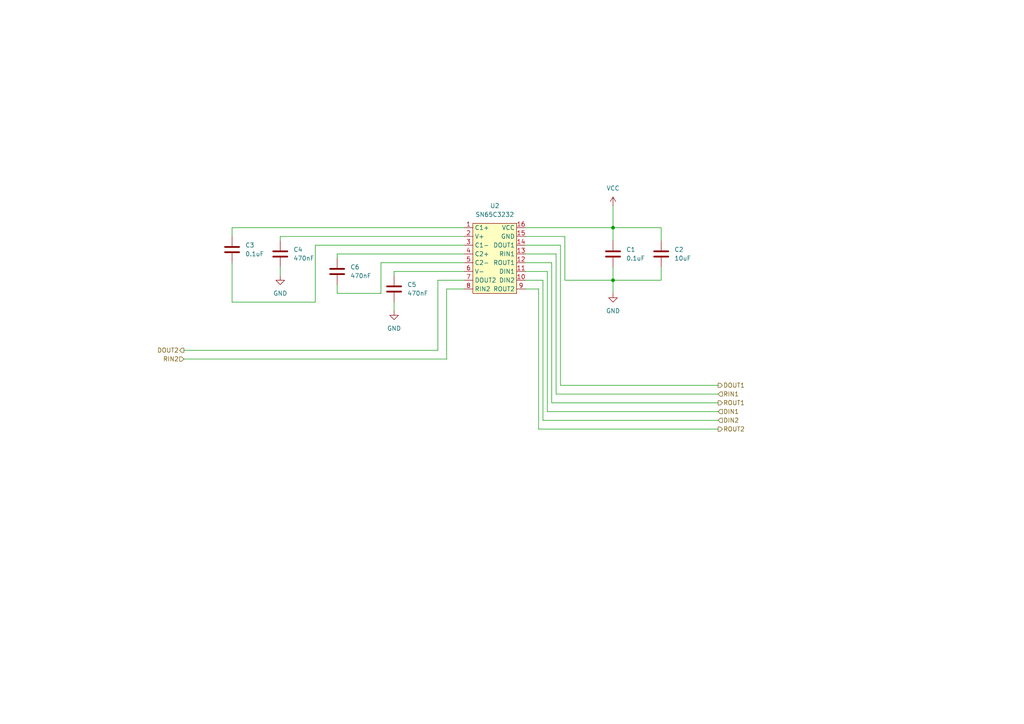
<source format=kicad_sch>
(kicad_sch (version 20230121) (generator eeschema)
  (paper "A4")
  (title_block (title "RS232_MUX") (date "2024-09-06") (rev "2.0") (company "INRAE"))
  (lib_symbols
    (symbol "Device:C" (pin_numbers hide) (pin_names (offset 0.254))
      (property "Reference" "C" (at 0.635 2.54 0))
      (property "Value" "C" (at 0.635 -2.54 0))
      (symbol "C_0_1"
        (polyline (pts (xy -2.032 -0.762) (xy 2.032 -0.762)) (stroke (width 0.508)))
        (polyline (pts (xy -2.032 0.762) (xy 2.032 0.762)) (stroke (width 0.508)))
      )
      (symbol "C_1_1"
        (pin passive line (at 0 3.81 270) (length 2.794) (name "~") (number "1"))
        (pin passive line (at 0 -3.81 90) (length 2.794) (name "~") (number "2"))
      )
    )
    (symbol "INRAE:SN65C3232"
      (property "Reference" "U" (at 0 3.81 0))
      (property "Value" "SN65C3232" (at 0 1.27 0))
      (symbol "SN65C3232_1_1"
        (rectangle (start -6.35 0) (end 6.35 -20.32) (fill (type background)))
        (pin passive line (at -8.89 -1.27 0) (length 2.54) (name "C1+") (number "1"))
        (pin input line (at 8.89 -16.51 180) (length 2.54) (name "DIN2") (number "10"))
        (pin input line (at 8.89 -13.97 180) (length 2.54) (name "DIN1") (number "11"))
        (pin output line (at 8.89 -11.43 180) (length 2.54) (name "ROUT1") (number "12"))
        (pin input line (at 8.89 -8.89 180) (length 2.54) (name "RIN1") (number "13"))
        (pin output line (at 8.89 -6.35 180) (length 2.54) (name "DOUT1") (number "14"))
        (pin power_in line (at 8.89 -3.81 180) (length 2.54) (name "GND") (number "15"))
        (pin power_in line (at 8.89 -1.27 180) (length 2.54) (name "VCC") (number "16"))
        (pin output line (at -8.89 -3.81 0) (length 2.54) (name "V+") (number "2"))
        (pin passive line (at -8.89 -6.35 0) (length 2.54) (name "C1-") (number "3"))
        (pin passive line (at -8.89 -8.89 0) (length 2.54) (name "C2+") (number "4"))
        (pin passive line (at -8.89 -11.43 0) (length 2.54) (name "C2-") (number "5"))
        (pin output line (at -8.89 -13.97 0) (length 2.54) (name "V-") (number "6"))
        (pin output line (at -8.89 -16.51 0) (length 2.54) (name "DOUT2") (number "7"))
        (pin input line (at -8.89 -19.05 0) (length 2.54) (name "RIN2") (number "8"))
        (pin output line (at 8.89 -19.05 180) (length 2.54) (name "ROUT2") (number "9"))
      )
    )
    (symbol "power:GND" (power) (pin_names (offset 0))
      (property "Value" "GND" (at 0 -3.81 0))
      (symbol "GND_0_1"
        (polyline (pts (xy 0 0) (xy 0 -1.27) (xy 1.27 -1.27) (xy 0 -2.54) (xy -1.27 -1.27) (xy 0 -1.27)))
      )
      (symbol "GND_1_1"
        (pin power_in line (at 0 0 270) (length 0) hide (name "GND") (number "1"))
      )
    )
    (symbol "power:VCC" (power) (pin_names (offset 0))
      (property "Value" "VCC" (at 0 3.81 0))
      (symbol "VCC_0_1"
        (polyline (pts (xy -0.762 1.27) (xy 0 2.54)))
        (polyline (pts (xy 0 0) (xy 0 2.54)))
        (polyline (pts (xy 0 2.54) (xy 0.762 1.27)))
      )
      (symbol "VCC_1_1"
        (pin power_in line (at 0 0 90) (length 0) hide (name "VCC") (number "1"))
      )
    )
  )
  (junction (at 177.8 66.04))
  (junction (at 177.8 81.28))
  (wire (pts (xy 67.31 76.2) (xy 67.31 87.63)))
  (wire (pts (xy 152.4 78.74) (xy 158.75 78.74)))
  (wire (pts (xy 191.77 81.28) (xy 177.8 81.28)))
  (wire (pts (xy 134.62 68.58) (xy 81.28 68.58)))
  (wire (pts (xy 161.29 114.3) (xy 161.29 73.66)))
  (wire (pts (xy 191.77 69.85) (xy 191.77 66.04)))
  (wire (pts (xy 156.21 83.82) (xy 156.21 124.46)))
  (wire (pts (xy 91.44 87.63) (xy 91.44 71.12)))
  (wire (pts (xy 162.56 71.12) (xy 162.56 111.76)))
  (wire (pts (xy 97.79 73.66) (xy 97.79 74.93)))
  (wire (pts (xy 177.8 66.04) (xy 191.77 66.04)))
  (wire (pts (xy 81.28 68.58) (xy 81.28 69.85)))
  (wire (pts (xy 67.31 66.04) (xy 67.31 68.58)))
  (wire (pts (xy 129.54 104.14) (xy 129.54 83.82)))
  (wire (pts (xy 162.56 111.76) (xy 208.28 111.76)))
  (wire (pts (xy 208.28 121.92) (xy 157.48 121.92)))
  (wire (pts (xy 67.31 87.63) (xy 91.44 87.63)))
  (wire (pts (xy 177.8 77.47) (xy 177.8 81.28)))
  (wire (pts (xy 208.28 114.3) (xy 161.29 114.3)))
  (wire (pts (xy 114.3 78.74) (xy 134.62 78.74)))
  (wire (pts (xy 53.34 101.6) (xy 127 101.6)))
  (wire (pts (xy 158.75 119.38) (xy 208.28 119.38)))
  (wire (pts (xy 110.49 76.2) (xy 134.62 76.2)))
  (wire (pts (xy 97.79 85.09) (xy 110.49 85.09)))
  (wire (pts (xy 156.21 124.46) (xy 208.28 124.46)))
  (wire (pts (xy 191.77 77.47) (xy 191.77 81.28)))
  (wire (pts (xy 97.79 82.55) (xy 97.79 85.09)))
  (wire (pts (xy 127 101.6) (xy 127 81.28)))
  (wire (pts (xy 91.44 71.12) (xy 134.62 71.12)))
  (wire (pts (xy 114.3 87.63) (xy 114.3 90.17)))
  (wire (pts (xy 81.28 77.47) (xy 81.28 80.01)))
  (wire (pts (xy 127 81.28) (xy 134.62 81.28)))
  (wire (pts (xy 152.4 68.58) (xy 163.83 68.58)))
  (wire (pts (xy 152.4 66.04) (xy 177.8 66.04)))
  (wire (pts (xy 160.02 76.2) (xy 160.02 116.84)))
  (wire (pts (xy 134.62 66.04) (xy 67.31 66.04)))
  (wire (pts (xy 97.79 73.66) (xy 134.62 73.66)))
  (wire (pts (xy 152.4 71.12) (xy 162.56 71.12)))
  (wire (pts (xy 163.83 81.28) (xy 177.8 81.28)))
  (wire (pts (xy 157.48 121.92) (xy 157.48 81.28)))
  (wire (pts (xy 110.49 76.2) (xy 110.49 85.09)))
  (wire (pts (xy 161.29 73.66) (xy 152.4 73.66)))
  (wire (pts (xy 152.4 83.82) (xy 156.21 83.82)))
  (wire (pts (xy 53.34 104.14) (xy 129.54 104.14)))
  (wire (pts (xy 177.8 81.28) (xy 177.8 85.09)))
  (wire (pts (xy 129.54 83.82) (xy 134.62 83.82)))
  (wire (pts (xy 158.75 78.74) (xy 158.75 119.38)))
  (wire (pts (xy 152.4 76.2) (xy 160.02 76.2)))
  (wire (pts (xy 177.8 59.69) (xy 177.8 66.04)))
  (wire (pts (xy 157.48 81.28) (xy 152.4 81.28)))
  (wire (pts (xy 163.83 68.58) (xy 163.83 81.28)))
  (wire (pts (xy 177.8 66.04) (xy 177.8 69.85)))
  (wire (pts (xy 114.3 80.01) (xy 114.3 78.74)))
  (wire (pts (xy 160.02 116.84) (xy 208.28 116.84)))
  (hierarchical_label "DIN1" (shape input) (at 208.28 119.38 0))
  (hierarchical_label "RIN2" (shape input) (at 53.34 104.14 180))
  (hierarchical_label "DOUT2" (shape output) (at 53.34 101.6 180))
  (hierarchical_label "ROUT2" (shape output) (at 208.28 124.46 0))
  (hierarchical_label "RIN1" (shape input) (at 208.28 114.3 0))
  (hierarchical_label "DOUT1" (shape output) (at 208.28 111.76 0))
  (hierarchical_label "ROUT1" (shape output) (at 208.28 116.84 0))
  (hierarchical_label "DIN2" (shape input) (at 208.28 121.92 0))
  (symbol (lib_id "Device:C") (at 114.3 83.82 0) (unit 1)
    (property "Reference" "C5" (at 118.11 82.55 0) (effects (justify left)))
    (property "Value" "470nF" (at 118.11 85.09 0) (effects (justify left)))
    (property "Footprint" "Capacitor_SMD:C_0805_2012Metric_Pad1.18x1.45mm_HandSolder" (effects hide))
    (instances (project "RS232_MUX" (path "" (reference "C5") (unit 1)) (path "" (reference "C4") (unit 1)) (path "" (reference "C10") (unit 1)) (path "" (reference "C16") (unit 1))))
  )
  (symbol (lib_id "Device:C") (at 191.77 73.66 0) (unit 1)
    (property "Reference" "C2" (at 195.58 72.39 0) (effects (justify left)))
    (property "Value" "10uF" (at 195.58 74.93 0) (effects (justify left)))
    (property "Footprint" "Capacitor_SMD:C_1206_3216Metric_Pad1.33x1.80mm_HandSolder" (effects hide))
    (instances (project "RS232_MUX" (path "" (reference "C2") (unit 1)) (path "" (reference "C6") (unit 1)) (path "" (reference "C12") (unit 1)) (path "" (reference "C18") (unit 1))))
  )
  (symbol (lib_id "power:GND") (at 114.3 90.17 0) (unit 1)
    (property "Reference" "#PWR02" (effects hide))
    (property "Value" "GND" (at 114.3 95.25 0))
    (instances (project "RS232_MUX" (path "" (reference "#PWR02") (unit 1)) (path "" (reference "#PWR02") (unit 1)) (path "" (reference "#PWR06") (unit 1)) (path "" (reference "#PWR010") (unit 1))))
  )
  (symbol (lib_id "Device:C") (at 81.28 73.66 0) (unit 1)
    (property "Reference" "C4" (at 85.09 72.39 0) (effects (justify left)))
    (property "Value" "470nF" (at 85.09 74.93 0) (effects (justify left)))
    (property "Footprint" "Capacitor_SMD:C_0805_2012Metric_Pad1.18x1.45mm_HandSolder" (effects hide))
    (instances (project "RS232_MUX" (path "" (reference "C4") (unit 1)) (path "" (reference "C2") (unit 1)) (path "" (reference "C8") (unit 1)) (path "" (reference "C14") (unit 1))))
  )
  (symbol (lib_id "Device:C") (at 67.31 72.39 0) (unit 1)
    (property "Reference" "C3" (at 71.12 71.12 0) (effects (justify left)))
    (property "Value" "0.1uF" (at 71.12 73.66 0) (effects (justify left)))
    (property "Footprint" "Capacitor_SMD:C_0805_2012Metric_Pad1.18x1.45mm_HandSolder" (effects hide))
    (instances (project "RS232_MUX" (path "" (reference "C3") (unit 1)) (path "" (reference "C1") (unit 1)) (path "" (reference "C7") (unit 1)) (path "" (reference "C13") (unit 1))))
  )
  (symbol (lib_id "power:VCC") (at 177.8 59.69 0) (unit 1)
    (property "Reference" "#PWR04" (effects hide))
    (property "Value" "VCC" (at 177.8 54.61 0))
    (instances (project "RS232_MUX" (path "" (reference "#PWR04") (unit 1)) (path "" (reference "#PWR03") (unit 1)) (path "" (reference "#PWR07") (unit 1)) (path "" (reference "#PWR011") (unit 1))))
  )
  (symbol (lib_id "power:GND") (at 177.8 85.09 0) (unit 1)
    (property "Reference" "#PWR01" (effects hide))
    (property "Value" "GND" (at 177.8 90.17 0))
    (instances (project "RS232_MUX" (path "" (reference "#PWR01") (unit 1)) (path "" (reference "#PWR04") (unit 1)) (path "" (reference "#PWR08") (unit 1)) (path "" (reference "#PWR012") (unit 1))))
  )
  (symbol (lib_id "INRAE:SN65C3232") (at 143.51 64.77 0) (unit 1)
    (property "Reference" "U2" (at 143.51 59.69 0))
    (property "Value" "SN65C3232" (at 143.51 62.23 0))
    (property "Footprint" "Package_SO:TSSOP-16_4.4x5mm_P0.65mm" (effects hide))
    (instances (project "RS232_MUX" (path "" (reference "U2") (unit 1)) (path "" (reference "U2") (unit 1)) (path "" (reference "U3") (unit 1)) (path "" (reference "U4") (unit 1))))
  )
  (symbol (lib_id "power:GND") (at 81.28 80.01 0) (unit 1)
    (property "Reference" "#PWR03" (effects hide))
    (property "Value" "GND" (at 81.28 85.09 0))
    (instances (project "RS232_MUX" (path "" (reference "#PWR03") (unit 1)) (path "" (reference "#PWR01") (unit 1)) (path "" (reference "#PWR05") (unit 1)) (path "" (reference "#PWR09") (unit 1))))
  )
  (symbol (lib_id "Device:C") (at 97.79 78.74 0) (unit 1)
    (property "Reference" "C6" (at 101.6 77.47 0) (effects (justify left)))
    (property "Value" "470nF" (at 101.6 80.01 0) (effects (justify left)))
    (property "Footprint" "Capacitor_SMD:C_0805_2012Metric_Pad1.18x1.45mm_HandSolder" (effects hide))
    (instances (project "RS232_MUX" (path "" (reference "C6") (unit 1)) (path "" (reference "C3") (unit 1)) (path "" (reference "C9") (unit 1)) (path "" (reference "C15") (unit 1))))
  )
  (symbol (lib_id "Device:C") (at 177.8 73.66 0) (unit 1)
    (property "Reference" "C1" (at 181.61 72.39 0) (effects (justify left)))
    (property "Value" "0.1uF" (at 181.61 74.93 0) (effects (justify left)))
    (property "Footprint" "Capacitor_SMD:C_0805_2012Metric_Pad1.18x1.45mm_HandSolder" (effects hide))
    (instances (project "RS232_MUX" (path "" (reference "C1") (unit 1)) (path "" (reference "C5") (unit 1)) (path "" (reference "C11") (unit 1)) (path "" (reference "C17") (unit 1))))
  )
)
</source>
